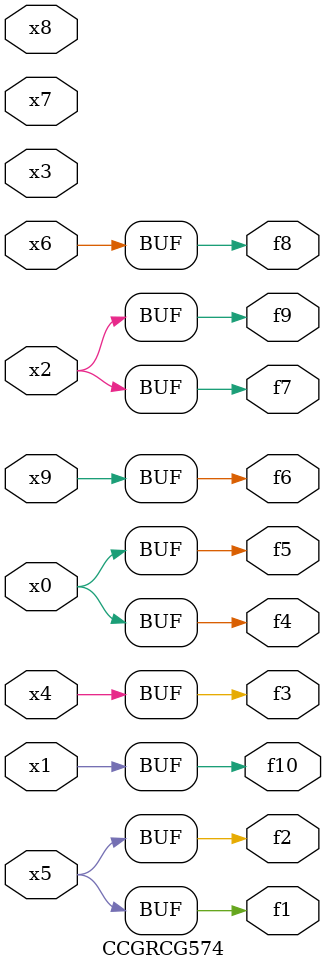
<source format=v>
module CCGRCG574(
	input x0, x1, x2, x3, x4, x5, x6, x7, x8, x9,
	output f1, f2, f3, f4, f5, f6, f7, f8, f9, f10
);
	assign f1 = x5;
	assign f2 = x5;
	assign f3 = x4;
	assign f4 = x0;
	assign f5 = x0;
	assign f6 = x9;
	assign f7 = x2;
	assign f8 = x6;
	assign f9 = x2;
	assign f10 = x1;
endmodule

</source>
